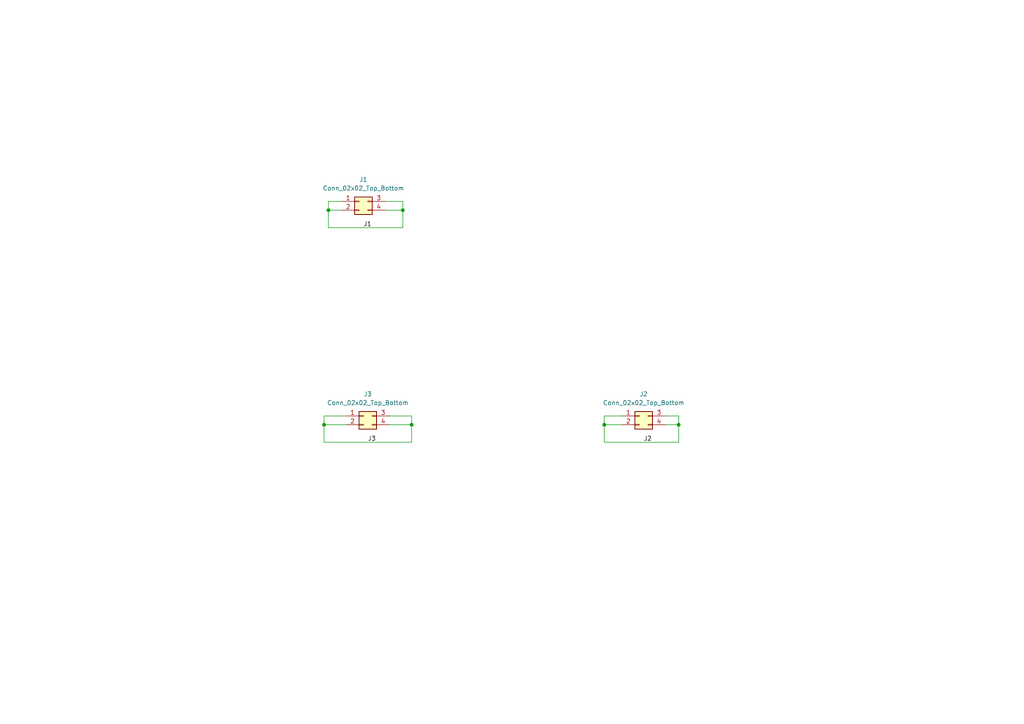
<source format=kicad_sch>
(kicad_sch (version 20211123) (generator eeschema)

  (uuid 9b2212d8-aded-47f3-8239-be03a2cc8e37)

  (paper "A4")

  (lib_symbols
    (symbol "Connector_Generic:Conn_02x02_Top_Bottom" (pin_names (offset 1.016) hide) (in_bom yes) (on_board yes)
      (property "Reference" "J" (id 0) (at 1.27 2.54 0)
        (effects (font (size 1.27 1.27)))
      )
      (property "Value" "Conn_02x02_Top_Bottom" (id 1) (at 1.27 -5.08 0)
        (effects (font (size 1.27 1.27)))
      )
      (property "Footprint" "" (id 2) (at 0 0 0)
        (effects (font (size 1.27 1.27)) hide)
      )
      (property "Datasheet" "~" (id 3) (at 0 0 0)
        (effects (font (size 1.27 1.27)) hide)
      )
      (property "ki_keywords" "connector" (id 4) (at 0 0 0)
        (effects (font (size 1.27 1.27)) hide)
      )
      (property "ki_description" "Generic connector, double row, 02x02, top/bottom pin numbering scheme (row 1: 1...pins_per_row, row2: pins_per_row+1 ... num_pins), script generated (kicad-library-utils/schlib/autogen/connector/)" (id 5) (at 0 0 0)
        (effects (font (size 1.27 1.27)) hide)
      )
      (property "ki_fp_filters" "Connector*:*_2x??_*" (id 6) (at 0 0 0)
        (effects (font (size 1.27 1.27)) hide)
      )
      (symbol "Conn_02x02_Top_Bottom_1_1"
        (rectangle (start -1.27 -2.413) (end 0 -2.667)
          (stroke (width 0.1524) (type default) (color 0 0 0 0))
          (fill (type none))
        )
        (rectangle (start -1.27 0.127) (end 0 -0.127)
          (stroke (width 0.1524) (type default) (color 0 0 0 0))
          (fill (type none))
        )
        (rectangle (start -1.27 1.27) (end 3.81 -3.81)
          (stroke (width 0.254) (type default) (color 0 0 0 0))
          (fill (type background))
        )
        (rectangle (start 3.81 -2.413) (end 2.54 -2.667)
          (stroke (width 0.1524) (type default) (color 0 0 0 0))
          (fill (type none))
        )
        (rectangle (start 3.81 0.127) (end 2.54 -0.127)
          (stroke (width 0.1524) (type default) (color 0 0 0 0))
          (fill (type none))
        )
        (pin passive line (at -5.08 0 0) (length 3.81)
          (name "Pin_1" (effects (font (size 1.27 1.27))))
          (number "1" (effects (font (size 1.27 1.27))))
        )
        (pin passive line (at -5.08 -2.54 0) (length 3.81)
          (name "Pin_2" (effects (font (size 1.27 1.27))))
          (number "2" (effects (font (size 1.27 1.27))))
        )
        (pin passive line (at 7.62 0 180) (length 3.81)
          (name "Pin_3" (effects (font (size 1.27 1.27))))
          (number "3" (effects (font (size 1.27 1.27))))
        )
        (pin passive line (at 7.62 -2.54 180) (length 3.81)
          (name "Pin_4" (effects (font (size 1.27 1.27))))
          (number "4" (effects (font (size 1.27 1.27))))
        )
      )
    )
  )

  (junction (at 119.38 123.19) (diameter 0) (color 0 0 0 0)
    (uuid 105f6083-fc15-45f8-9068-c3da6eee41ae)
  )
  (junction (at 196.85 123.19) (diameter 0) (color 0 0 0 0)
    (uuid 2e3b0137-bd25-4f5f-b95a-91235bfbf19f)
  )
  (junction (at 116.84 60.96) (diameter 0) (color 0 0 0 0)
    (uuid 7a644315-d4bf-4262-b779-efef711e3ba6)
  )
  (junction (at 95.25 60.96) (diameter 0) (color 0 0 0 0)
    (uuid ad265ace-c5db-43c1-8401-016361f85cc2)
  )
  (junction (at 175.26 123.19) (diameter 0) (color 0 0 0 0)
    (uuid ca339afc-6991-4571-ba25-0ceb5e302fbd)
  )
  (junction (at 93.98 123.19) (diameter 0) (color 0 0 0 0)
    (uuid cc2c7694-37c3-4ee2-b45d-d05d34af2dc9)
  )

  (wire (pts (xy 193.04 120.65) (xy 196.85 120.65))
    (stroke (width 0) (type default) (color 0 0 0 0))
    (uuid 0ed5329e-b03c-4c51-8dc7-30812f2b22ef)
  )
  (wire (pts (xy 119.38 120.65) (xy 119.38 123.19))
    (stroke (width 0) (type default) (color 0 0 0 0))
    (uuid 12199ddc-3429-4466-901e-ec3f76519149)
  )
  (wire (pts (xy 116.84 58.42) (xy 116.84 60.96))
    (stroke (width 0) (type default) (color 0 0 0 0))
    (uuid 1c22053c-462b-4506-a75c-dcf5c9c6ed70)
  )
  (wire (pts (xy 95.25 60.96) (xy 99.06 60.96))
    (stroke (width 0) (type default) (color 0 0 0 0))
    (uuid 1cd36fc5-7b06-41bc-bb1f-7851017d0378)
  )
  (wire (pts (xy 193.04 123.19) (xy 196.85 123.19))
    (stroke (width 0) (type default) (color 0 0 0 0))
    (uuid 1d307041-9316-4973-a170-0c739f8b55e5)
  )
  (wire (pts (xy 111.76 60.96) (xy 116.84 60.96))
    (stroke (width 0) (type default) (color 0 0 0 0))
    (uuid 24af0217-a078-42c1-9089-d8427de7a500)
  )
  (wire (pts (xy 175.26 123.19) (xy 180.34 123.19))
    (stroke (width 0) (type default) (color 0 0 0 0))
    (uuid 29460242-bcd1-49a4-9190-a7dfc5b01962)
  )
  (wire (pts (xy 175.26 128.27) (xy 196.85 128.27))
    (stroke (width 0) (type default) (color 0 0 0 0))
    (uuid 306ddc66-ffbd-44d3-89f1-cc2ff8b92f3b)
  )
  (wire (pts (xy 180.34 120.65) (xy 175.26 120.65))
    (stroke (width 0) (type default) (color 0 0 0 0))
    (uuid 3fe26c86-3d07-4a16-8b89-f77e263f2690)
  )
  (wire (pts (xy 113.03 120.65) (xy 119.38 120.65))
    (stroke (width 0) (type default) (color 0 0 0 0))
    (uuid 48d7c9dd-03bf-47b4-9b6e-2e2922cff491)
  )
  (wire (pts (xy 175.26 120.65) (xy 175.26 123.19))
    (stroke (width 0) (type default) (color 0 0 0 0))
    (uuid 58cab4fa-179b-43ed-9157-b85babed9a9e)
  )
  (wire (pts (xy 95.25 60.96) (xy 95.25 66.04))
    (stroke (width 0) (type default) (color 0 0 0 0))
    (uuid 5f306c29-f2a0-406b-b256-5df79be2d0e8)
  )
  (wire (pts (xy 119.38 123.19) (xy 119.38 128.27))
    (stroke (width 0) (type default) (color 0 0 0 0))
    (uuid 65e4b64f-2cc7-49bf-8d6d-238369af07f4)
  )
  (wire (pts (xy 113.03 123.19) (xy 119.38 123.19))
    (stroke (width 0) (type default) (color 0 0 0 0))
    (uuid 7b06f4ee-6417-45e5-92fd-db58d9631638)
  )
  (wire (pts (xy 93.98 123.19) (xy 100.33 123.19))
    (stroke (width 0) (type default) (color 0 0 0 0))
    (uuid 7c8098f8-b974-4b15-be7d-c22679dc5260)
  )
  (wire (pts (xy 196.85 120.65) (xy 196.85 123.19))
    (stroke (width 0) (type default) (color 0 0 0 0))
    (uuid a56c7ba8-0a8e-47ad-879f-c8c8ca781717)
  )
  (wire (pts (xy 99.06 58.42) (xy 95.25 58.42))
    (stroke (width 0) (type default) (color 0 0 0 0))
    (uuid accdda99-7290-4a8c-9468-5d379b7ced99)
  )
  (wire (pts (xy 175.26 123.19) (xy 175.26 128.27))
    (stroke (width 0) (type default) (color 0 0 0 0))
    (uuid af764283-869b-4bd8-8995-8f41f6f2790c)
  )
  (wire (pts (xy 93.98 120.65) (xy 93.98 123.19))
    (stroke (width 0) (type default) (color 0 0 0 0))
    (uuid be90baeb-1fbe-4664-8002-684c067ab6bb)
  )
  (wire (pts (xy 111.76 58.42) (xy 116.84 58.42))
    (stroke (width 0) (type default) (color 0 0 0 0))
    (uuid c0fc20e1-17c3-4c7a-9d7b-a11bc8fd5459)
  )
  (wire (pts (xy 93.98 123.19) (xy 93.98 128.27))
    (stroke (width 0) (type default) (color 0 0 0 0))
    (uuid c2493af6-5a44-4ea4-bfe6-7093abe0922f)
  )
  (wire (pts (xy 116.84 60.96) (xy 116.84 66.04))
    (stroke (width 0) (type default) (color 0 0 0 0))
    (uuid cad0c405-4ff0-4369-b51f-39604d9f9e31)
  )
  (wire (pts (xy 93.98 128.27) (xy 119.38 128.27))
    (stroke (width 0) (type default) (color 0 0 0 0))
    (uuid d2184721-7ccf-4085-88eb-3680fe08b75a)
  )
  (wire (pts (xy 196.85 123.19) (xy 196.85 128.27))
    (stroke (width 0) (type default) (color 0 0 0 0))
    (uuid f241758b-9c66-4bec-b496-581f6b4d67fe)
  )
  (wire (pts (xy 100.33 120.65) (xy 93.98 120.65))
    (stroke (width 0) (type default) (color 0 0 0 0))
    (uuid f3dacc1f-8c7b-4f59-82b7-95c10f864a6d)
  )
  (wire (pts (xy 95.25 58.42) (xy 95.25 60.96))
    (stroke (width 0) (type default) (color 0 0 0 0))
    (uuid f7fb305f-227a-4a14-a3ae-50c65135ae74)
  )
  (wire (pts (xy 95.25 66.04) (xy 116.84 66.04))
    (stroke (width 0) (type default) (color 0 0 0 0))
    (uuid fd78ec1a-2836-498f-93e1-976d8f843a17)
  )

  (label "J2" (at 186.69 128.27 0)
    (effects (font (size 1.27 1.27)) (justify left bottom))
    (uuid 0fb85c06-c8b8-4e5f-a34a-2963d0b82517)
  )
  (label "J3" (at 106.68 128.27 0)
    (effects (font (size 1.27 1.27)) (justify left bottom))
    (uuid 9c405556-b6a2-41fb-b1c9-b7f05e9d1f18)
  )
  (label "J1" (at 105.41 66.04 0)
    (effects (font (size 1.27 1.27)) (justify left bottom))
    (uuid f16e526f-5534-4333-90f1-04ef6935a5cd)
  )

  (symbol (lib_id "Connector_Generic:Conn_02x02_Top_Bottom") (at 104.14 58.42 0) (unit 1)
    (in_bom yes) (on_board yes) (fields_autoplaced)
    (uuid 724a8ae8-586a-499d-aab7-c7e5baf86de0)
    (property "Reference" "J1" (id 0) (at 105.41 52.07 0))
    (property "Value" "Conn_02x02_Top_Bottom" (id 1) (at 105.41 54.61 0))
    (property "Footprint" "Connector_PinHeader_2.54mm:PinHeader_2x02_P2.54mm_Vertical_SMD" (id 2) (at 104.14 58.42 0)
      (effects (font (size 1.27 1.27)) hide)
    )
    (property "Datasheet" "~" (id 3) (at 104.14 58.42 0)
      (effects (font (size 1.27 1.27)) hide)
    )
    (pin "1" (uuid 3bca8dc4-c927-40ba-a791-5c3fa8883201))
    (pin "2" (uuid 0d8bcb0a-a18d-45e5-9d85-bd90ffa55531))
    (pin "3" (uuid 5567ad21-acbc-44cd-b2fd-e35a8fb431ec))
    (pin "4" (uuid 1af19b41-72a7-45ba-bc28-8c868c03f3d7))
  )

  (symbol (lib_id "Connector_Generic:Conn_02x02_Top_Bottom") (at 105.41 120.65 0) (unit 1)
    (in_bom yes) (on_board yes) (fields_autoplaced)
    (uuid 78533b46-1c05-4178-a14b-24fca755adcb)
    (property "Reference" "J3" (id 0) (at 106.68 114.3 0))
    (property "Value" "Conn_02x02_Top_Bottom" (id 1) (at 106.68 116.84 0))
    (property "Footprint" "Connector_PinHeader_2.54mm:PinHeader_2x02_P2.54mm_Vertical_SMD" (id 2) (at 105.41 120.65 0)
      (effects (font (size 1.27 1.27)) hide)
    )
    (property "Datasheet" "~" (id 3) (at 105.41 120.65 0)
      (effects (font (size 1.27 1.27)) hide)
    )
    (pin "1" (uuid 237eef8f-f435-47f0-8530-e7588ae21931))
    (pin "2" (uuid 94f087f4-5f3e-415a-86fc-8e4fbd11bbff))
    (pin "3" (uuid 139788d0-d731-426d-a7ff-c9334084edc8))
    (pin "4" (uuid 1a374a2c-8689-49f2-9a7c-c632aeaa640d))
  )

  (symbol (lib_id "Connector_Generic:Conn_02x02_Top_Bottom") (at 185.42 120.65 0) (unit 1)
    (in_bom yes) (on_board yes) (fields_autoplaced)
    (uuid afc04a2a-65b0-4c02-80de-29b26d4cc49c)
    (property "Reference" "J2" (id 0) (at 186.69 114.3 0))
    (property "Value" "Conn_02x02_Top_Bottom" (id 1) (at 186.69 116.84 0))
    (property "Footprint" "Connector_PinHeader_2.54mm:PinHeader_2x02_P2.54mm_Vertical_SMD" (id 2) (at 185.42 120.65 0)
      (effects (font (size 1.27 1.27)) hide)
    )
    (property "Datasheet" "~" (id 3) (at 185.42 120.65 0)
      (effects (font (size 1.27 1.27)) hide)
    )
    (pin "1" (uuid 696f48d1-6d27-48a3-aab3-26ca52c1aa2f))
    (pin "2" (uuid 205b9105-1a57-4328-9aca-9fceef6bcabe))
    (pin "3" (uuid 913bf348-dc56-4706-91a5-bafee058f6a2))
    (pin "4" (uuid 1c2967e5-c73c-4848-a53f-addaa439c987))
  )

  (sheet_instances
    (path "/" (page "1"))
  )

  (symbol_instances
    (path "/724a8ae8-586a-499d-aab7-c7e5baf86de0"
      (reference "J1") (unit 1) (value "Conn_02x02_Top_Bottom") (footprint "Connector_PinHeader_2.54mm:PinHeader_2x02_P2.54mm_Vertical_SMD")
    )
    (path "/afc04a2a-65b0-4c02-80de-29b26d4cc49c"
      (reference "J2") (unit 1) (value "Conn_02x02_Top_Bottom") (footprint "Connector_PinHeader_2.54mm:PinHeader_2x02_P2.54mm_Vertical_SMD")
    )
    (path "/78533b46-1c05-4178-a14b-24fca755adcb"
      (reference "J3") (unit 1) (value "Conn_02x02_Top_Bottom") (footprint "Connector_PinHeader_2.54mm:PinHeader_2x02_P2.54mm_Vertical_SMD")
    )
  )
)

</source>
